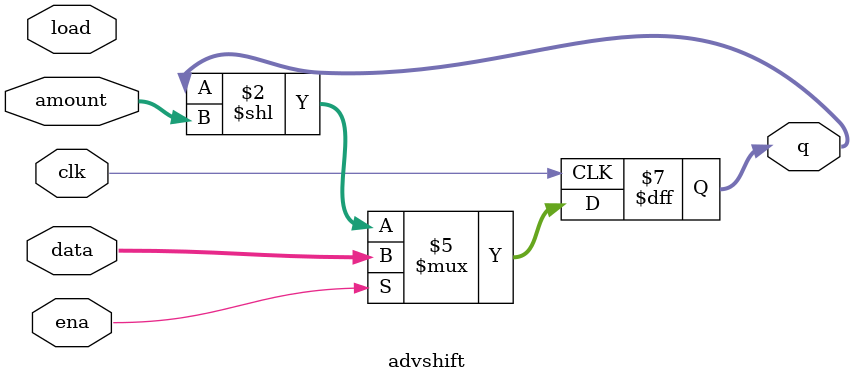
<source format=v>
module advshift(input clk,
input load,
input ena,
input [1:0] amount,
input [63:0] data,
output reg [63:0] q); 
// when load is high, assign data[63:0] to shift register q.
// if ena is high, shift q.
// amount: Chooses which direction and how much to shift.
// 2'b00: shift left by 1 bit.
// 2'b01: shift left by 8 bits.
// 2'b10: shift right by 1 bit.
// 2'b11: shift right by 8 bits.


// The shift register is implemented as a register of 64 bits.
// The register is initialized to 0.
reg [63:0] q = 0;

always @(posedge clk)
  if (ena)
    q = data;
  else
    q = q << amount;

endmodule

</source>
